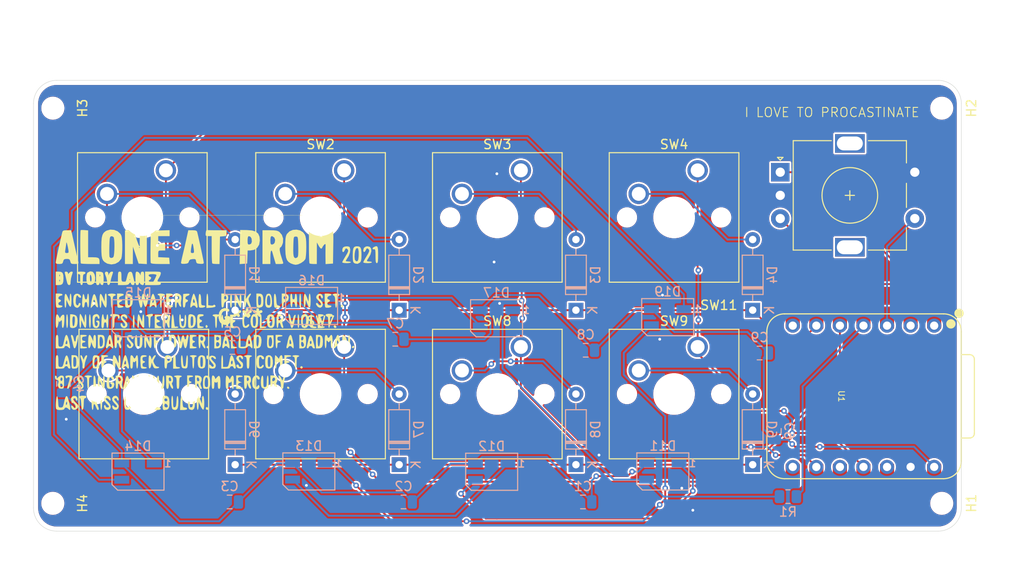
<source format=kicad_pcb>
(kicad_pcb (version 20241229) (generator "pcbnew") (generator_version "9.0")
  (layers (0 "F.Cu" signal) (2 "B.Cu" signal) (13 "F.Paste" user) (15 "B.Paste" user) (5 "F.SilkS" user "F.Silkscreen") (7 "B.SilkS" user "B.Silkscreen") (1 "F.Mask" user) (3 "B.Mask" user) (25 "Edge.Cuts" user))
  (net 0 "")
  (net 1 "GND")
  (net 2 "+5V")
  (net 4 "Row 0")
  (net 5 "Net-(D1-A)")
  (net 6 "Net-(D2-A)")
  (net 7 "Net-(D3-A)")
  (net 8 "Net-(D4-A)")
  (net 9 "Row 1")
  (net 10 "Net-(D6-A)")
  (net 11 "Net-(D7-A)")
  (net 12 "Net-(D8-A)")
  (net 13 "Net-(D9-A)")
  (net 14 "Col 0")
  (net 15 "Col 1")
  (net 16 "Col 2")
  (net 17 "Col 3")
  (net 18 "ENC A")
  (net 19 "ENC SW")
  (net 20 "ENC B")
  (net 21 "Net-(D11-DOUT)")
  (net 22 "Net-(D11-DIN)")
  (net 23 "Net-(D14-DOUT)")
  (net 24 "Net-(D12-DOUT)")
  (net 25 "Net-(D14-DIN)")
  (net 26 "Net-(D13-DOUT)")
  (net 27 "Net-(D15-DOUT)")
  (net 29 "Net-(D16-DOUT)")
  (net 30 "LED")
  (footprint "LOGO" (layer "F.Cu") (at 122.2725 125.545)
    (property "Reference" "G***" (at 0 0 0) (layer "F.SilkS") (effects (font (size 1.5 1.5) (thickness 0.3))))
    (property "Value" "LOGO" (hide yes))
  )
  (footprint "MountingHole:MountingHole_2mm" (layer "F.Cu") (at 197.88925 103.000375 -90)
    (property "Reference" "H2" (at 0 -3.2 90) (layer "F.SilkS"))
    (property "Value" "MountingHole")
    (pad "" np_thru_hole circle (at 0 0 270) (size 2 2) (drill 2) (layers "*.Cu" "*.Mask"))
  )
  (footprint "Seeed Studio XIAO Series Library:XIAO-RP2040-DIP" (layer "F.Cu") (at 189.45175 134.077875 -90)
    (property "Reference" "U1" (at 0 2.38125 270) (layer "F.SilkS") (effects (font (size 0.635 0.635) (thickness 0.1016))))
    (property "Value" "XIAO-RP2040-DIP")
    (pad "1" smd roundrect (at -8.455 -7.62 90) (size 2.432 1.524) (layers "F.Cu" "F.Mask") (roundrect_rratio 0.1) (net 18 "ENC A"))
    (pad "1" thru_hole circle (at -7.62 -7.62 90) (size 1.524 1.524) (drill 0.889) (layers "*.Cu" "*.Mask") (net 18 "ENC A"))
    (pad "2" smd roundrect (at -8.455 -5.08 90) (size 2.432 1.524) (layers "F.Cu" "F.Mask") (roundrect_rratio 0.1) (net 20 "ENC B"))
    (pad "2" thru_hole circle (at -7.62 -5.08 90) (size 1.524 1.524) (drill 0.889) (layers "*.Cu" "*.Mask") (net 20 "ENC B"))
    (pad "3" smd roundrect (at -8.455 -2.54 90) (size 2.432 1.524) (layers "F.Cu" "F.Mask") (roundrect_rratio 0.1) (net 19 "ENC SW"))
    (pad "3" thru_hole circle (at -7.62 -2.54 90) (size 1.524 1.524) (drill 0.889) (layers "*.Cu" "*.Mask") (net 19 "ENC SW"))
    (pad "4" smd roundrect (at -8.455 0 90) (size 2.432 1.524) (layers "F.Cu" "F.Mask") (roundrect_rratio 0.1) (net 30 "LED"))
    (pad "4" thru_hole circle (at -7.62 0 90) (size 1.524 1.524) (drill 0.889) (layers "*.Cu" "*.Mask") (net 30 "LED"))
    (pad "5" smd roundrect (at -8.455 2.54 90) (size 2.432 1.524) (layers "F.Cu" "F.Mask") (roundrect_rratio 0.1) (net 9 "Row 1"))
    (pad "5" thru_hole circle (at -7.62 2.54 90) (size 1.524 1.524) (drill 0.889) (layers "*.Cu" "*.Mask") (net 9 "Row 1"))
    (pad "6" smd roundrect (at -8.455 5.08 90) (size 2.432 1.524) (layers "F.Cu" "F.Mask") (roundrect_rratio 0.1) (net 4 "Row 0"))
    (pad "6" thru_hole circle (at -7.62 5.08 90) (size 1.524 1.524) (drill 0.889) (layers "*.Cu" "*.Mask") (net 4 "Row 0"))
    (pad "7" smd roundrect (at -8.455 7.62 90) (size 2.432 1.524) (layers "F.Cu" "F.Mask") (roundrect_rratio 0.1) (net 14 "Col 0"))
    (pad "7" thru_hole circle (at -7.62 7.62 90) (size 1.524 1.524) (drill 0.889) (layers "*.Cu" "*.Mask") (net 14 "Col 0"))
    (pad "8" thru_hole circle (at 7.62 7.62 270) (size 1.524 1.524) (drill 0.889) (layers "*.Cu" "*.Mask") (net 15 "Col 1"))
    (pad "8" smd roundrect (at 8.455 7.62 270) (size 2.432 1.524) (layers "F.Cu" "F.Mask") (roundrect_rratio 0.1) (net 15 "Col 1"))
    (pad "9" thru_hole circle (at 7.62 5.08 270) (size 1.524 1.524) (drill 0.889) (layers "*.Cu" "*.Mask") (net 16 "Col 2"))
    (pad "9" smd roundrect (at 8.455 5.08 270) (size 2.432 1.524) (layers "F.Cu" "F.Mask") (roundrect_rratio 0.1) (net 16 "Col 2"))
    (pad "10" thru_hole circle (at 7.62 2.54 270) (size 1.524 1.524) (drill 0.889) (layers "*.Cu" "*.Mask"))
    (pad "10" smd roundrect (at 8.455 2.54 270) (size 2.432 1.524) (layers "F.Cu" "F.Mask") (roundrect_rratio 0.1))
    (pad "11" thru_hole circle (at 7.62 0 270) (size 1.524 1.524) (drill 0.889) (layers "*.Cu" "*.Mask") (net 17 "Col 3"))
    (pad "11" smd roundrect (at 8.455 0 270) (size 2.432 1.524) (layers "F.Cu" "F.Mask") (roundrect_rratio 0.1) (net 17 "Col 3"))
    (pad "12" thru_hole circle (at 7.62 -2.54 270) (size 1.524 1.524) (drill 0.889) (layers "*.Cu" "*.Mask"))
    (pad "12" smd roundrect (at 8.455 -2.54 270) (size 2.432 1.524) (layers "F.Cu" "F.Mask") (roundrect_rratio 0.1))
    (pad "13" thru_hole circle (at 7.62 -5.08 270) (size 1.524 1.524) (drill 0.889) (layers "*.Cu" "*.Mask") (net 1 "GND"))
    (pad "13" smd roundrect (at 8.455 -5.08 270) (size 2.432 1.524) (layers "F.Cu" "F.Mask") (roundrect_rratio 0.1) (net 1 "GND"))
    (pad "14" thru_hole circle (at 7.62 -7.62 270) (size 1.524 1.524) (drill 0.889) (layers "*.Cu" "*.Mask") (net 2 "+5V"))
    (pad "14" smd roundrect (at 8.455 -7.62 270) (size 2.432 1.524) (layers "F.Cu" "F.Mask") (roundrect_rratio 0.1) (net 2 "+5V"))
  )
  (footprint "Button_Switch_Keyboard:SW_Cherry_MX_1.00u_PCB" (layer "F.Cu") (at 133.47925 109.707875)
    (property "Reference" "SW2" (at -2.54 -2.794 0) (layer "F.SilkS"))
    (property "Value" "SW_Push")
    (pad "" np_thru_hole circle (at -7.62 5.08) (size 1.7 1.7) (drill 1.7) (layers "*.Cu" "*.Mask"))
    (pad "" np_thru_hole circle (at -2.54 5.08) (size 4 4) (drill 4) (layers "*.Cu" "*.Mask"))
    (pad "" np_thru_hole circle (at 2.54 5.08) (size 1.7 1.7) (drill 1.7) (layers "*.Cu" "*.Mask"))
    (pad "1" thru_hole circle (at 0 0) (size 2.2 2.2) (drill 1.5) (layers "*.Cu" "*.Mask") (net 15 "Col 1"))
    (pad "2" thru_hole circle (at -6.35 2.54) (size 2.2 2.2) (drill 1.5) (layers "*.Cu" "*.Mask") (net 6 "Net-(D2-A)"))
  )
  (footprint "Button_Switch_Keyboard:SW_Cherry_MX_1.00u_PCB" (layer "F.Cu") (at 133.47925 128.757875)
    (property "Reference" "SW7" (at -2.54 -2.794 0) (layer "F.SilkS"))
    (property "Value" "SW_Push")
    (pad "" np_thru_hole circle (at -7.62 5.08) (size 1.7 1.7) (drill 1.7) (layers "*.Cu" "*.Mask"))
    (pad "" np_thru_hole circle (at -2.54 5.08) (size 4 4) (drill 4) (layers "*.Cu" "*.Mask"))
    (pad "" np_thru_hole circle (at 2.54 5.08) (size 1.7 1.7) (drill 1.7) (layers "*.Cu" "*.Mask"))
    (pad "1" thru_hole circle (at 0 0) (size 2.2 2.2) (drill 1.5) (layers "*.Cu" "*.Mask") (net 15 "Col 1"))
    (pad "2" thru_hole circle (at -6.35 2.54) (size 2.2 2.2) (drill 1.5) (layers "*.Cu" "*.Mask") (net 11 "Net-(D7-A)"))
  )
  (footprint "Button_Switch_Keyboard:SW_Cherry_MX_1.00u_PCB" (layer "F.Cu") (at 152.52925 109.707875)
    (property "Reference" "SW3" (at -2.54 -2.794 0) (layer "F.SilkS"))
    (property "Value" "SW_Push")
    (pad "" np_thru_hole circle (at -7.62 5.08) (size 1.7 1.7) (drill 1.7) (layers "*.Cu" "*.Mask"))
    (pad "" np_thru_hole circle (at -2.54 5.08) (size 4 4) (drill 4) (layers "*.Cu" "*.Mask"))
    (pad "" np_thru_hole circle (at 2.54 5.08) (size 1.7 1.7) (drill 1.7) (layers "*.Cu" "*.Mask"))
    (pad "1" thru_hole circle (at 0 0) (size 2.2 2.2) (drill 1.5) (layers "*.Cu" "*.Mask") (net 16 "Col 2"))
    (pad "2" thru_hole circle (at -6.35 2.54) (size 2.2 2.2) (drill 1.5) (layers "*.Cu" "*.Mask") (net 7 "Net-(D3-A)"))
  )
  (footprint "MountingHole:MountingHole_2mm" (layer "F.Cu") (at 102.08175 145.625375 -90)
    (property "Reference" "H4" (at 0 -3.2 90) (layer "F.SilkS"))
    (property "Value" "MountingHole")
    (pad "" np_thru_hole circle (at 0 0 270) (size 2 2) (drill 2) (layers "*.Cu" "*.Mask"))
  )
  (footprint "Button_Switch_Keyboard:SW_Cherry_MX_1.00u_PCB" (layer "F.Cu") (at 114.2705 109.707875)
    (property "Reference" "SW1" (hide yes))
    (property "Value" "SW_Push")
    (pad "" np_thru_hole circle (at -7.62 5.08) (size 1.7 1.7) (drill 1.7) (layers "*.Cu" "*.Mask"))
    (pad "" np_thru_hole circle (at -2.54 5.08) (size 4 4) (drill 4) (layers "*.Cu" "*.Mask"))
    (pad "" np_thru_hole circle (at 2.54 5.08) (size 1.7 1.7) (drill 1.7) (layers "*.Cu" "*.Mask"))
    (pad "1" thru_hole circle (at 0 0) (size 2.2 2.2) (drill 1.5) (layers "*.Cu" "*.Mask") (net 14 "Col 0"))
    (pad "2" thru_hole circle (at -6.35 2.54) (size 2.2 2.2) (drill 1.5) (layers "*.Cu" "*.Mask") (net 5 "Net-(D1-A)"))
  )
  (footprint "MountingHole:MountingHole_2mm" (layer "F.Cu") (at 197.88975 145.625375 -90)
    (property "Reference" "H1" (at 0 -3.2 90) (layer "F.SilkS"))
    (property "Value" "MountingHole")
    (pad "" np_thru_hole circle (at 0 0 270) (size 2 2) (drill 2) (layers "*.Cu" "*.Mask"))
  )
  (footprint "Keebio-Parts.pretty-master:RotaryEncoder_Alps_EC11E-Switch_Vertical_H20mm" (layer "F.Cu") (at 187.983 112.406625)
    (property "Reference" "SW11" (at -14.11875 11.85 0) (layer "F.SilkS"))
    (property "Value" "RotaryEncoder_Switch")
    (pad "A" thru_hole rect (at -7.5 -2.5) (size 2 2) (drill 1) (layers "*.Cu" "*.Mask") (net 18 "ENC A"))
    (pad "B" thru_hole circle (at -7.5 2.5) (size 2 2) (drill 1) (layers "*.Cu" "*.Mask") (net 20 "ENC B"))
    (pad "C" thru_hole circle (at -7.5 0) (size 2 2) (drill 1) (layers "*.Cu" "*.Mask") (net 1 "GND"))
    (pad "MP" thru_hole rect (at 0 -5.6) (size 3.2 2) (drill oval 2.8 1.5) (layers "*.Cu" "*.Mask"))
    (pad "MP" thru_hole rect (at 0 5.6) (size 3.2 2) (drill oval 2.8 1.5) (layers "*.Cu" "*.Mask"))
    (pad "S1" thru_hole circle (at 7 2.5) (size 2 2) (drill 1) (layers "*.Cu" "*.Mask") (net 19 "ENC SW"))
    (pad "S2" thru_hole circle (at 7 -2.5) (size 2 2) (drill 1) (layers "*.Cu" "*.Mask") (net 1 "GND"))
  )
  (footprint "Button_Switch_Keyboard:SW_Cherry_MX_1.00u_PCB" (layer "F.Cu") (at 114.42925 128.757875)
    (property "Reference" "SW6" (hide yes))
    (property "Value" "SW_Push")
    (pad "" np_thru_hole circle (at -7.62 5.08) (size 1.7 1.7) (drill 1.7) (layers "*.Cu" "*.Mask"))
    (pad "" np_thru_hole circle (at -2.54 5.08) (size 4 4) (drill 4) (layers "*.Cu" "*.Mask"))
    (pad "" np_thru_hole circle (at 2.54 5.08) (size 1.7 1.7) (drill 1.7) (layers "*.Cu" "*.Mask"))
    (pad "1" thru_hole circle (at 0 0) (size 2.2 2.2) (drill 1.5) (layers "*.Cu" "*.Mask") (net 14 "Col 0"))
    (pad "2" thru_hole circle (at -6.35 2.54) (size 2.2 2.2) (drill 1.5) (layers "*.Cu" "*.Mask") (net 10 "Net-(D6-A)"))
  )
  (footprint "Button_Switch_Keyboard:SW_Cherry_MX_1.00u_PCB" (layer "F.Cu") (at 152.52925 128.757875)
    (property "Reference" "SW8" (at -2.54 -2.794 0) (layer "F.SilkS"))
    (property "Value" "SW_Push")
    (pad "" np_thru_hole circle (at -7.62 5.08) (size 1.7 1.7) (drill 1.7) (layers "*.Cu" "*.Mask"))
    (pad "" np_thru_hole circle (at -2.54 5.08) (size 4 4) (drill 4) (layers "*.Cu" "*.Mask"))
    (pad "" np_thru_hole circle (at 2.54 5.08) (size 1.7 1.7) (drill 1.7) (layers "*.Cu" "*.Mask"))
    (pad "1" thru_hole circle (at 0 0) (size 2.2 2.2) (drill 1.5) (layers "*.Cu" "*.Mask") (net 16 "Col 2"))
    (pad "2" thru_hole circle (at -6.35 2.54) (size 2.2 2.2) (drill 1.5) (layers "*.Cu" "*.Mask") (net 12 "Net-(D8-A)"))
  )
  (footprint "MountingHole:MountingHole_2mm" (layer "F.Cu") (at 102.08675 103.000375 -90)
    (property "Reference" "H3" (at 0 -3.2 90) (layer "F.SilkS"))
    (property "Value" "MountingHole")
    (pad "" np_thru_hole circle (at 0 0 270) (size 2 2) (drill 2) (layers "*.Cu" "*.Mask"))
  )
  (footprint "Button_Switch_Keyboard:SW_Cherry_MX_1.00u_PCB" (layer "F.Cu") (at 171.57925 109.707875)
    (property "Reference" "SW4" (at -2.54 -2.794 0) (layer "F.SilkS"))
    (property "Value" "SW_Push")
    (pad "" np_thru_hole circle (at -7.62 5.08) (size 1.7 1.7) (drill 1.7) (layers "*.Cu" "*.Mask"))
    (pad "" np_thru_hole circle (at -2.54 5.08) (size 4 4) (drill 4) (layers "*.Cu" "*.Mask"))
    (pad "" np_thru_hole circle (at 2.54 5.08) (size 1.7 1.7) (drill 1.7) (layers "*.Cu" "*.Mask"))
    (pad "1" thru_hole circle (at 0 0) (size 2.2 2.2) (drill 1.5) (layers "*.Cu" "*.Mask") (net 17 "Col 3"))
    (pad "2" thru_hole circle (at -6.35 2.54) (size 2.2 2.2) (drill 1.5) (layers "*.Cu" "*.Mask") (net 8 "Net-(D4-A)"))
  )
  (footprint "Button_Switch_Keyboard:SW_Cherry_MX_1.00u_PCB" (layer "F.Cu") (at 171.57925 128.757875)
    (property "Reference" "SW9" (at -2.54 -2.794 0) (layer "F.SilkS"))
    (property "Value" "SW_Push")
    (pad "" np_thru_hole circle (at -7.62 5.08) (size 1.7 1.7) (drill 1.7) (layers "*.Cu" "*.Mask"))
    (pad "" np_thru_hole circle (at -2.54 5.08) (size 4 4) (drill 4) (layers "*.Cu" "*.Mask"))
    (pad "" np_thru_hole circle (at 2.54 5.08) (size 1.7 1.7) (drill 1.7) (layers "*.Cu" "*.Mask"))
    (pad "1" thru_hole circle (at 0 0) (size 2.2 2.2) (drill 1.5) (layers "*.Cu" "*.Mask") (net 17 "Col 3"))
    (pad "2" thru_hole circle (at -6.35 2.54) (size 2.2 2.2) (drill 1.5) (layers "*.Cu" "*.Mask") (net 13 "Net-(D9-A)"))
  )
  (footprint "Capacitor_SMD:C_0805_2012Metric" (layer "B.Cu") (at 139.8825 145.4775 180)
    (property "Reference" "C2" (at 0 1.68 0) (layer "B.SilkS") (effects (justify mirror)))
    (property "Value" "C")
    (pad "1" smd roundrect (at -0.95 0 180) (size 1 1.45) (layers "B.Cu" "B.Mask" "B.Paste") (net 2 "+5V"))
    (pad "2" smd roundrect (at 0.95 0 180) (size 1 1.45) (layers "B.Cu" "B.Mask" "B.Paste") (net 1 "GND"))
  )
  (footprint "Capacitor_SMD:C_0805_2012Metric" (layer "B.Cu") (at 178.26 129.4125 180)
    (property "Reference" "C9" (at 0 1.68 0) (layer "B.SilkS") (effects (justify mirror)))
    (property "Value" "C")
    (pad "1" smd roundrect (at -0.95 0 180) (size 1 1.45) (layers "B.Cu" "B.Mask" "B.Paste") (net 2 "+5V"))
    (pad "2" smd roundrect (at 0.95 0 180) (size 1 1.45) (layers "B.Cu" "B.Mask" "B.Paste") (net 1 "GND"))
  )
  (footprint "Diode_THT:D_DO-35_SOD27_P7.62mm_Horizontal" (layer "B.Cu") (at 158.461 141.457875 90)
    (property "Reference" "D8" (at 3.81 2.12 90) (layer "B.SilkS") (effects (justify mirror)))
    (property "Value" "1N4148")
    (fp_text user "K" (at 0 1.8 90) (layer "B.SilkS") (effects (justify mirror)))
    (pad "1" thru_hole rect (at 0 0 90) (size 1.6 1.6) (drill 0.8) (layers "*.Cu" "*.Mask") (net 9 "Row 1"))
    (pad "2" thru_hole oval (at 7.62 0 90) (size 1.6 1.6) (drill 0.8) (layers "*.Cu" "*.Mask") (net 12 "Net-(D8-A)"))
  )
  (footprint "LED_SMD:LED_SK6812MINI_PLCC4_3.5x3.5mm_P1.75mm" (layer "B.Cu") (at 111.3 125.664125 180)
    (property "Reference" "D15" (at 0 2.75 0) (layer "B.SilkS") (effects (justify mirror)))
    (property "Value" "SK6812MINI")
    (fp_text user "1" (at -3.2 0.875 0) (layer "B.SilkS") (effects (font (size 0.8 0.8)) (justify mirror)))
    (pad "1" smd rect (at -1.75 0.875 180) (size 1.6 0.85) (layers "B.Cu" "B.Mask" "B.Paste") (net 27 "Net-(D15-DOUT)"))
    (pad "2" smd rect (at -1.75 -0.875 180) (size 1.6 0.85) (layers "B.Cu" "B.Mask" "B.Paste") (net 1 "GND"))
    (pad "3" smd rect (at 1.75 -0.875 180) (size 1.6 0.85) (layers "B.Cu" "B.Mask" "B.Paste") (net 23 "Net-(D14-DOUT)"))
    (pad "4" smd rect (at 1.75 0.875 180) (size 1.6 0.85) (layers "B.Cu" "B.Mask" "B.Paste") (net 2 "+5V"))
  )
  (footprint "Capacitor_SMD:C_0805_2012Metric" (layer "B.Cu") (at 121.14 145.4775 180)
    (property "Reference" "C3" (at 0 1.68 0) (layer "B.SilkS") (effects (justify mirror)))
    (property "Value" "C")
    (pad "1" smd roundrect (at -0.95 0 180) (size 1 1.45) (layers "B.Cu" "B.Mask" "B.Paste") (net 2 "+5V"))
    (pad "2" smd roundrect (at 0.95 0 180) (size 1 1.45) (layers "B.Cu" "B.Mask" "B.Paste") (net 1 "GND"))
  )
  (footprint "LED_SMD:LED_SK6812MINI_PLCC4_3.5x3.5mm_P1.75mm" (layer "B.Cu") (at 129.9725 124.3375 180)
    (property "Reference" "D16" (at 0 2.75 0) (layer "B.SilkS") (effects (justify mirror)))
    (property "Value" "SK6812MINI")
    (fp_text user "1" (at -3.2 0.875 0) (layer "B.SilkS") (effects (font (size 0.8 0.8)) (justify mirror)))
    (pad "1" smd rect (at -1.75 0.875 180) (size 1.6 0.85) (layers "B.Cu" "B.Mask" "B.Paste") (net 29 "Net-(D16-DOUT)"))
    (pad "2" smd rect (at -1.75 -0.875 180) (size 1.6 0.85) (layers "B.Cu" "B.Mask" "B.Paste") (net 1 "GND"))
    (pad "3" smd rect (at 1.75 -0.875 180) (size 1.6 0.85) (layers "B.Cu" "B.Mask" "B.Paste") (net 27 "Net-(D15-DOUT)"))
    (pad "4" smd rect (at 1.75 0.875 180) (size 1.6 0.85) (layers "B.Cu" "B.Mask" "B.Paste") (net 2 "+5V"))
  )
  (footprint "Diode_THT:D_DO-35_SOD27_P7.62mm_Horizontal" (layer "B.Cu") (at 177.511 141.457875 90)
    (property "Reference" "D9" (at 3.81 2.12 90) (layer "B.SilkS") (effects (justify mirror)))
    (property "Value" "1N4148")
    (fp_text user "K" (at 0 1.8 90) (layer "B.SilkS") (effects (justify mirror)))
    (pad "1" thru_hole rect (at 0 0 90) (size 1.6 1.6) (drill 0.8) (layers "*.Cu" "*.Mask") (net 9 "Row 1"))
    (pad "2" thru_hole oval (at 7.62 0 90) (size 1.6 1.6) (drill 0.8) (layers "*.Cu" "*.Mask") (net 13 "Net-(D9-A)"))
  )
  (footprint "Diode_THT:D_DO-35_SOD27_P7.62mm_Horizontal" (layer "B.Cu") (at 139.411 124.789125 90)
    (property "Reference" "D2" (at 3.81 2.12 90) (layer "B.SilkS") (effects (justify mirror)))
    (property "Value" "1N4148")
    (fp_text user "K" (at 0 1.8 90) (layer "B.SilkS") (effects (justify mirror)))
    (pad "1" thru_hole rect (at 0 0 90) (size 1.6 1.6) (drill 0.8) (layers "*.Cu" "*.Mask") (net 4 "Row 0"))
    (pad "2" thru_hole oval (at 7.62 0 90) (size 1.6 1.6) (drill 0.8) (layers "*.Cu" "*.Mask") (net 6 "Net-(D2-A)"))
  )
  (footprint "Diode_THT:D_DO-35_SOD27_P7.62mm_Horizontal" (layer "B.Cu") (at 158.461 124.789125 90)
    (property "Reference" "D3" (at 3.81 2.12 90) (layer "B.SilkS") (effects (justify mirror)))
    (property "Value" "1N4148")
    (fp_text user "K" (at 0 1.8 90) (layer "B.SilkS") (effects (justify mirror)))
    (pad "1" thru_hole rect (at 0 0 90) (size 1.6 1.6) (drill 0.8) (layers "*.Cu" "*.Mask") (net 4 "Row 0"))
    (pad "2" thru_hole oval (at 7.62 0 90) (size 1.6 1.6) (drill 0.8) (layers "*.Cu" "*.Mask") (net 7 "Net-(D3-A)"))
  )
  (footprint "Capacitor_SMD:C_0805_2012Metric" (layer "B.Cu") (at 103.2325 132.7425 90)
    (property "Reference" "C4" (at 0 1.68 90) (layer "B.SilkS") (effects (justify mirror)))
    (property "Value" "C")
    (pad "1" smd roundrect (at -0.95 0 90) (size 1 1.45) (layers "B.Cu" "B.Mask" "B.Paste") (net 2 "+5V"))
    (pad "2" smd roundrect (at 0.95 0 90) (size 1 1.45) (layers "B.Cu" "B.Mask" "B.Paste") (net 1 "GND"))
  )
  (footprint "LED_SMD:LED_SK6812MINI_PLCC4_3.5x3.5mm_P1.75mm" (layer "B.Cu") (at 168.35 125.545 180)
    (property "Reference" "D19" (at 0 2.75 0) (layer "B.SilkS") (effects (justify mirror)))
    (property "Value" "SK6812MINI")
    (fp_text user "1" (at -3.2 0.875 0) (layer "B.SilkS") (effects (font (size 0.8 0.8)) (justify mirror)))
    (pad "1" smd rect (at -1.75 0.875 180) (size 1.6 0.85) (layers "B.Cu" "B.Mask" "B.Paste") (net 25 "Net-(D14-DIN)"))
    (pad "2" smd rect (at -1.75 -0.875 180) (size 1.6 0.85) (layers "B.Cu" "B.Mask" "B.Paste") (net 1 "GND"))
    (pad "3" smd rect (at 1.75 -0.875 180) (size 1.6 0.85) (layers "B.Cu" "B.Mask" "B.Paste") (net 26 "Net-(D13-DOUT)"))
    (pad "4" smd rect (at 1.75 0.875 180) (size 1.6 0.85) (layers "B.Cu" "B.Mask" "B.Paste") (net 2 "+5V"))
  )
  (footprint "Capacitor_SMD:C_0805_2012Metric" (layer "B.Cu") (at 138.99 127.925 180)
    (property "Reference" "C7" (at 0 1.68 0) (layer "B.SilkS") (effects (justify mirror)))
    (property "Value" "C")
    (pad "1" smd roundrect (at -0.95 0 180) (size 1 1.45) (layers "B.Cu" "B.Mask" "B.Paste") (net 2 "+5V"))
    (pad "2" smd roundrect (at 0.95 0 180) (size 1 1.45) (layers "B.Cu" "B.Mask" "B.Paste") (net 1 "GND"))
  )
  (footprint "Diode_THT:D_DO-35_SOD27_P7.62mm_Horizontal" (layer "B.Cu") (at 139.411 141.457875 90)
    (property "Reference" "D7" (at 3.81 2.12 90) (layer "B.SilkS") (effects (justify mirror)))
    (property "Value" "1N4148")
    (fp_text user "K" (at 0 1.8 90) (layer "B.SilkS") (effects (justify mirror)))
    (pad "1" thru_hole rect (at 0 0 90) (size 1.6 1.6) (drill 0.8) (layers "*.Cu" "*.Mask") (net 9 "Row 1"))
    (pad "2" thru_hole oval (at 7.62 0 90) (size 1.6 1.6) (drill 0.8) (layers "*.Cu" "*.Mask") (net 11 "Net-(D7-A)"))
  )
  (footprint "Capacitor_SMD:C_0805_2012Metric" (layer "B.Cu") (at 159.5175 129.115 180)
    (property "Reference" "C8" (at 0 1.68 0) (layer "B.SilkS") (effects (justify mirror)))
    (property "Value" "C")
    (pad "1" smd roundrect (at -0.95 0 180) (size 1 1.45) (layers "B.Cu" "B.Mask" "B.Paste") (net 2 "+5V"))
    (pad "2" smd roundrect (at 0.95 0 180) (size 1 1.45) (layers "B.Cu" "B.Mask" "B.Paste") (net 1 "GND"))
  )
  (footprint "Capacitor_SMD:C_0805_2012Metric" (layer "B.Cu") (at 159.22 145.4775 180)
    (property "Reference" "C1" (at 0 1.68 0) (layer "B.SilkS") (effects (justify mirror)))
    (property "Value" "C")
    (pad "1" smd roundrect (at -0.95 0 180) (size 1 1.45) (layers "B.Cu" "B.Mask" "B.Paste") (net 2 "+5V"))
    (pad "2" smd roundrect (at 0.95 0 180) (size 1 1.45) (layers "B.Cu" "B.Mask" "B.Paste") (net 1 "GND"))
  )
  (footprint "LED_SMD:LED_SK6812MINI_PLCC4_3.5x3.5mm_P1.75mm" (layer "B.Cu") (at 149.38 142.2225 180)
    (property "Reference" "D12" (at 0 2.75 0) (layer "B.SilkS") (effects (justify mirror)))
    (property "Value" "SK6812MINI")
    (fp_text user "1" (at -3.2 0.875 0) (layer "B.SilkS") (effects (font (size 0.8 0.8)) (justify mirror)))
    (pad "1" smd rect (at -1.75 0.875 180) (size 1.6 0.85) (layers "B.Cu" "B.Mask" "B.Paste") (net 24 "Net-(D12-DOUT)"))
    (pad "2" smd rect (at -1.75 -0.875 180) (size 1.6 0.85) (layers "B.Cu" "B.Mask" "B.Paste") (net 1 "GND"))
    (pad "3" smd rect (at 1.75 -0.875 180) (size 1.6 0.85) (layers "B.Cu" "B.Mask" "B.Paste") (net 21 "Net-(D11-DOUT)"))
    (pad "4" smd rect (at 1.75 0.875 180) (size 1.6 0.85) (layers "B.Cu" "B.Mask" "B.Paste") (net 2 "+5V"))
  )
  (footprint "LED_SMD:LED_SK6812MINI_PLCC4_3.5x3.5mm_P1.75mm" (layer "B.Cu") (at 129.675 142.1875 180)
    (property "Reference" "D13" (at 0 2.75 0) (layer "B.SilkS") (effects (justify mirror)))
    (property "Value" "SK6812MINI")
    (fp_text user "1" (at -3.2 0.875 0) (layer "B.SilkS") (effects (font (size 0.8 0.8)) (justify mirror)))
    (pad "1" smd rect (at -1.75 0.875 180) (size 1.6 0.85) (layers "B.Cu" "B.Mask" "B.Paste") (net 26 "Net-(D13-DOUT)"))
    (pad "2" smd rect (at -1.75 -0.875 180) (size 1.6 0.85) (layers "B.Cu" "B.Mask" "B.Paste") (net 1 "GND"))
    (pad "3" smd rect (at 1.75 -0.875 180) (size 1.6 0.85) (layers "B.Cu" "B.Mask" "B.Paste") (net 24 "Net-(D12-DOUT)"))
    (pad "4" smd rect (at 1.75 0.875 180) (size 1.6 0.85) (layers "B.Cu" "B.Mask" "B.Paste") (net 2 "+5V"))
  )
  (footprint "Resistor_SMD:R_0805_2012Metric" (layer "B.Cu") (at 181.31175 144.902875)
    (property "Reference" "R1" (at 0 1.65 0) (layer "B.SilkS") (effects (justify mirror)))
    (property "Value" "330 OHMS")
    (pad "1" smd roundrect (at -0.9125 0) (size 1.025 1.4) (layers "B.Cu" "B.Mask" "B.Paste") (roundrect_rratio 0.243902) (net 22 "Net-(D11-DIN)"))
    (pad "2" smd roundrect (at 0.9125 0) (size 1.025 1.4) (layers "B.Cu" "B.Mask" "B.Paste") (roundrect_rratio 0.243902) (net 30 "LED"))
  )
  (footprint "Diode_THT:D_DO-35_SOD27_P7.62mm_Horizontal" (layer "B.Cu") (at 121.73425 124.789125 90)
    (property "Reference" "D1" (at 3.81 2.12 90) (layer "B.SilkS") (effects (justify mirror)))
    (property "Value" "1N4148")
    (fp_text user "K" (at 0 1.8 90) (layer "B.SilkS") (effects (justify mirror)))
    (pad "1" thru_hole rect (at 0 0 90) (size 1.6 1.6) (drill 0.8) (layers "*.Cu" "*.Mask") (net 4 "Row 0"))
    (pad "2" thru_hole oval (at 7.62 0 90) (size 1.6 1.6) (drill 0.8) (layers "*.Cu" "*.Mask") (net 5 "Net-(D1-A)"))
  )
  (footprint "Capacitor_SMD:C_0805_2012Metric" (layer "B.Cu") (at 179.84425 137.820375 90)
    (property "Reference" "C9" (at 0 1.68 90) (layer "B.SilkS") (effects (justify mirror)))
    (property "Value" "C")
    (pad "1" smd roundrect (at -0.95 0 90) (size 1 1.45) (layers "B.Cu" "B.Mask" "B.Paste") (net 2 "+5V"))
    (pad "2" smd roundrect (at 0.95 0 90) (size 1 1.45) (layers "B.Cu" "B.Mask" "B.Paste") (net 1 "GND"))
  )
  (footprint "Diode_THT:D_DO-35_SOD27_P7.62mm_Horizontal" (layer "B.Cu") (at 177.511 124.789125 90)
    (property "Reference" "D4" (at 3.81 2.12 90) (layer "B.SilkS") (effects (justify mirror)))
    (property "Value" "1N4148")
    (fp_text user "K" (at 0 1.8 90) (layer "B.SilkS") (effects (justify mirror)))
    (pad "1" thru_hole rect (at 0 0 90) (size 1.6 1.6) (drill 0.8) (layers "*.Cu" "*.Mask") (net 4 "Row 0"))
    (pad "2" thru_hole oval (at 7.62 0 90) (size 1.6 1.6) (drill 0.8) (layers "*.Cu" "*.Mask") (net 8 "Net-(D4-A)"))
  )
  (footprint "LED_SMD:LED_SK6812MINI_PLCC4_3.5x3.5mm_P1.75mm" (layer "B.Cu") (at 111.265 142.205 180)
    (property "Reference" "D14" (at 0 2.75 0) (layer "B.SilkS") (effects (justify mirror)))
    (property "Value" "SK6812MINI")
    (fp_text user "1" (at -3.2 0.875 0) (layer "B.SilkS") (effects (font (size 0.8 0.8)) (justify mirror)))
    (pad "1" smd rect (at -1.75 0.875 180) (size 1.6 0.85) (layers "B.Cu" "B.Mask" "B.Paste") (net 23 "Net-(D14-DOUT)"))
    (pad "2" smd rect (at -1.75 -0.875 180) (size 1.6 0.85) (layers "B.Cu" "B.Mask" "B.Paste") (net 1 "GND"))
    (pad "3" smd rect (at 1.75 -0.875 180) (size 1.6 0.85) (layers "B.Cu" "B.Mask" "B.Paste") (net 25 "Net-(D14-DIN)"))
    (pad "4" smd rect (at 1.75 0.875 180) (size 1.6 0.85) (layers "B.Cu" "B.Mask" "B.Paste") (net 2 "+5V"))
  )
  (footprint "Capacitor_SMD:C_0805_2012Metric" (layer "B.Cu") (at 121.4375 128.8175 180)
    (property "Reference" "C5" (at 0 1.68 0) (layer "B.SilkS") (effects (justify mirror)))
    (property "Value" "C")
    (pad "1" smd roundrect (at -0.95 0 180) (size 1 1.45) (layers "B.Cu" "B.Mask" "B.Paste") (net 2 "+5V"))
    (pad "2" smd roundrect (at 0.95 0 180) (size 1 1.45) (layers "B.Cu" "B.Mask" "B.Paste") (net 1 "GND"))
  )
  (footprint "LED_SMD:LED_SK6812MINI_PLCC4_3.5x3.5mm_P1.75mm" (layer "B.Cu") (at 149.905 125.664125 180)
    (property "Reference" "D17" (at 0 2.75 0) (layer "B.SilkS") (effects (justify mirror)))
    (property "Value" "SK6812MINI")
    (fp_text user "1" (at -3.2 0.875 0) (layer "B.SilkS") (effects (font (size 0.8 0.8)) (justify mirror)))
    (pad "1" smd rect (at -1.75 0.875 180) (size 1.6 0.85) (layers "B.Cu" "B.Mask" "B.Paste") (net 22 "Net-(D11-DIN)"))
    (pad "2" smd rect (at -1.75 -0.875 180) (size 1.6 0.85) (layers "B.Cu" "B.Mask" "B.Paste") (net 1 "GND"))
    (pad "3" smd rect (at 1.75 -0.875 180) (size 1.6 0.85) (layers "B.Cu" "B.Mask" "B.Paste") (net 29 "Net-(D16-DOUT)"))
    (pad "4" smd rect (at 1.75 0.875 180) (size 1.6 0.85) (layers "B.Cu" "B.Mask" "B.Paste") (net 2 "+5V"))
  )
  (footprint "LED_SMD:LED_SK6812MINI_PLCC4_3.5x3.5mm_P1.75mm" (layer "B.Cu") (at 167.825 142.1875 180)
    (property "Reference" "D11" (at 0 2.75 0) (layer "B.SilkS") (effects (justify mirror)))
    (property "Value" "SK6812MINI")
    (fp_text user "1" (at -3.2 0.875 0) (layer "B.SilkS") (effects (font (size 0.8 0.8)) (justify mirror)))
    (pad "1" smd rect (at -1.75 0.875 180) (size 1.6 0.85) (layers "B.Cu" "B.Mask" "B.Paste") (net 21 "Net-(D11-DOUT)"))
    (pad "2" smd rect (at -1.75 -0.875 180) (size 1.6 0.85) (layers "B.Cu" "B.Mask" "B.Paste") (net 1 "GND"))
    (pad "3" smd rect (at 1.75 -0.875 180) (size 1.6 0.85) (layers "B.Cu" "B.Mask" "B.Paste") (net 22 "Net-(D11-DIN)"))
    (pad "4" smd rect (at 1.75 0.875 180) (size 1.6 0.85) (layers "B.Cu" "B.Mask" "B.Paste") (net 2 "+5V"))
  )
  (footprint "Diode_THT:D_DO-35_SOD27_P7.62mm_Horizontal" (layer "B.Cu") (at 121.73425 141.457875 90)
    (property "Reference" "D6" (at 3.81 2.12 90) (layer "B.SilkS") (effects (justify mirror)))
    (property "Value" "1N4148")
    (fp_text user "K" (at 0 1.8 90) (layer "B.SilkS") (effects (justify mirror)))
    (pad "1" thru_hole rect (at 0 0 90) (size 1.6 1.6) (drill 0.8) (layers "*.Cu" "*.Mask") (net 9 "Row 1"))
    (pad "2" thru_hole oval (at 7.62 0 90) (size 1.6 1.6) (drill 0.8) (layers "*.Cu" "*.Mask") (net 10 "Net-(D6-A)"))
  )
  (gr_arc (start 197.5 100) (mid 199.267767 100.732233) (end 200 102.5) (stroke (width 0.05)) (layer "Edge.Cuts"))
  (gr_arc (start 200 146.125) (mid 199.267767 147.892767) (end 197.5 148.625) (stroke (width 0.05)) (layer "Edge.Cuts"))
  (gr_arc (start 102.5 148.625) (mid 100.732233 147.892767) (end 100 146.125) (stroke (width 0.05)) (layer "Edge.Cuts"))
  (gr_line (start 200 102.5) (end 200 146.125) (stroke (width 0.05)) (layer "Edge.Cuts"))
  (gr_line (start 102.5 100) (end 197.5 100) (stroke (width 0.05)) (layer "Edge.Cuts"))
  (gr_arc (start 100 102.5) (mid 100.732233 100.732233) (end 102.5 100) (stroke (width 0.05)) (layer "Edge.Cuts"))
  (gr_line (start 197.5 148.625) (end 102.5 148.625) (stroke (width 0.05)) (layer "Edge.Cuts"))
  (gr_line (start 100 146.125) (end 100 102.5) (stroke (width 0.05)) (layer "Edge.Cuts"))
  (gr_text "I LOVE TO PROCASTINATE" (at 176.56425 104.042875 0) (layer "F.SilkS") (effects (font (size 1 1) (thickness 0.1)) (justify left bottom)))
  (via (at 116.025 125.8425) (size 0.6) (drill 0.3) (layers "F.Cu" "B.Cu") (net 1))
  (via (at 149.94 110.075) (size 0.6) (drill 0.3) (layers "F.Cu" "B.Cu") (net 1))
  (via (at 167.4925 127.925) (size 0.6) (drill 0.3) (layers "F.Cu" "B.Cu") (net 1))
  (via (at 160.9475 140.42) (size 0.6) (drill 0.3) (layers "F.Cu" "B.Cu") (net 1))
  (via (at 171.0625 146.37) (size 0.6) (drill 0.3) (layers "F.Cu" "B.Cu") (net 1))
  (via (at 129.4125 143.6925) (size 0.6) (drill 0.3) (layers "F.Cu" "B.Cu") (net 1))
  (via (at 106.505 124.0575) (size 0.6) (drill 0.3) (layers "F.Cu" "B.Cu") (net 1))
  (via (at 149.6425 119.595) (size 0.6) (drill 0.3) (layers "F.Cu" "B.Cu") (net 1))
  (via (at 169.8725 143.99) (size 0.6) (drill 0.3) (layers "F.Cu" "B.Cu") (net 1))
  (via (at 167.79 123.165) (size 0.6) (drill 0.3) (layers "F.Cu" "B.Cu") (net 1))
  (via (at 111.5625 124.95) (size 0.6) (drill 0.3) (layers "F.Cu" "B.Cu") (net 1))
  (via (at 103.53 136.5525) (size 0.6) (drill 0.3) (layers "F.Cu" "B.Cu") (net 1))
  (via (at 150.2375 124.0575) (size 0.6) (drill 0.3) (layers "F.Cu" "B.Cu") (net 1))
  (via (at 111.265 128.8175) (size 0.6) (drill 0.3) (layers "F.Cu" "B.Cu") (net 1))
  (segment (start 181.7725 139.23) (end 182.07 139.5275) (width 0.2) (layer "F.Cu") (net 2))
  (segment (start 182.07 139.5275) (end 184.7475 139.5275) (width 0.2) (layer "F.Cu") (net 2))
  (segment (start 160.65 142.694875) (end 164.027625 142.694875) (width 0.2) (layer "F.Cu") (net 2))
  (segment (start 164.027625 142.694875) (end 164.5175 142.205) (width 0.2) (layer "F.Cu") (net 2))
  (via (at 164.5175 142.205) (size 0.6) (drill 0.3) (layers "F.Cu" "B.Cu") (net 2))
  (via (at 160.65 142.694875) (size 0.6) (drill 0.3) (layers "F.Cu" "B.Cu") (net 2))
  (via (at 181.7725 139.23) (size 0.6) (drill 0.3) (layers "F.Cu" "B.Cu") (net 2))
  (via (at 184.7475 139.5275) (size 0.6) (drill 0.3) (layers "F.Cu" "B.Cu") (net 2))
  (segment (start 178.710062 129.912438) (end 178.710062 137.636187) (width 0.2) (layer "B.Cu") (net 2))
  (segment (start 128.2225 123.4625) (end 130.906 126.146) (width 0.2) (layer "B.Cu") (net 2))
  (segment (start 109.515 139.975) (end 109.515 141.33) (width 0.2) (layer "B.Cu") (net 2))
  (segment (start 160.17 145.4775) (end 160.17 143.174875) (width 0.2) (layer "B.Cu") (net 2))
  (segment (start 140.8325 145.4775) (end 144.9625 141.3475) (width 0.2) (layer "B.Cu") (net 2))
  (segment (start 176.9435 127.146) (end 179.21 129.4125) (width 0.2) (layer "B.Cu") (net 2))
  (segment (start 138.161 126.146) (end 139.94 127.925) (width 0.2) (layer "B.Cu") (net 2))
  (segment (start 148.356 140.6215) (end 155.314 140.6215) (width 0.2) (layer "B.Cu") (net 2))
  (segment (start 109.515 141.3475) (end 115.7275 147.56) (width 0.2) (layer "B.Cu") (net 2))
  (segment (start 148.155 124.789125) (end 149.256 125.890125) (width 0.2) (layer "B.Cu") (net 2))
  (segment (start 109.515 141.33) (end 109.515 141.3475) (width 0.2) (layer "B.Cu") (net 2))
  (segment (start 112.090875 127.33) (end 120.9 127.33) (width 0.2) (layer "B.Cu") (net 2))
  (segment (start 103.2325 133.6925) (end 109.515 139.975) (width 0.2) (layer "B.Cu") (net 2))
  (segment (start 166.6 124.67) (end 169.076 127.146) (width 0.2) (layer "B.Cu") (net 2))
  (segment (start 127.925 141.3125) (end 131.064 144.4515) (width 0.2) (layer "B.Cu") (net 2))
  (segment (start 148.596125 127.925) (end 139.94 127.925) (width 0.2) (layer "B.Cu") (net 2))
  (segment (start 194.901375 139.5275) (end 197.07175 141.697875) (width 0.2) (layer "B.Cu") (net 2))
  (segment (start 128.2225 123.4625) (end 127.7425 123.4625) (width 0.2) (layer "B.Cu") (net 2))
  (segment (start 149.256 125.890125) (end 149.256 127.265125) (width 0.2) (layer "B.Cu") (net 2))
  (segment (start 127.7425 123.4625) (end 122.3875 128.8175) (width 0.2) (layer "B.Cu") (net 2))
  (segment (start 144.9625 141.3475) (end 147.63 141.3475) (width 0.2) (layer "B.Cu") (net 2))
  (segment (start 184.7475 139.5275) (end 194.901375 139.5275) (width 0.2) (layer "B.Cu") (net 2))
  (segment (start 154.5115 123.159) (end 160.4675 129.115) (width 0.2) (layer "B.Cu") (net 2))
  (segment (start 181.312875 138.770375) (end 181.7725 139.23) (width 0.2) (layer "B.Cu") (net 2))
  (segment (start 165.1825 142.205) (end 166.075 141.3125) (width 0.2) (layer "B.Cu") (net 2))
  (segment (start 120.9 127.33) (end 122.3875 128.8175) (width 0.2) (layer "B.Cu") (net 2))
  (segment (start 178.710062 137.636187) (end 179.84425 138.770375) (width 0.2) (layer "B.Cu") (net 2))
  (segment (start 115.7275 147.56) (end 120.0075 147.56) (width 0.2) (layer "B.Cu") (net 2))
  (segment (start 149.785125 123.159) (end 154.5115 123.159) (width 0.2) (layer "B.Cu") (net 2))
  (segment (start 169.076 127.146) (end 176.9435 127.146) (width 0.2) (layer "B.Cu") (net 2))
  (segment (start 109.55 124.789125) (end 112.090875 127.33) (width 0.2) (layer "B.Cu") (net 2))
  (segment (start 126.255 141.3125) (end 127.925 141.3125) (width 0.2) (layer "B.Cu") (net 2))
  (segment (start 149.256 127.265125) (end 148.596125 127.925) (width 0.2) (layer "B.Cu") (net 2))
  (segment (start 130.906 126.146) (end 138.161 126.146) (width 0.2) (layer "B.Cu") (net 2))
  (segment (start 179.21 129.4125) (end 178.710062 129.912438) (width 0.2) (layer "B.Cu") (net 2))
  (segment (start 122.09 145.4775) (end 126.255 141.3125) (width 0.2) (layer "B.Cu") (net 2))
  (segment (start 139.8065 144.4515) (end 140.8325 145.4775) (width 0.2) (layer "B.Cu") (net 2))
  (segment (start 120.0075 147.56) (end 122.09 145.4775) (width 0.2) (layer "B.Cu") (net 2))
  (segment (start 179.84425 138.770375) (end 181.312875 138.770375) (width 0.2) (layer "B.Cu") (net 2))
  (segment (start 164.5175 142.205) (end 165.1825 142.205) (width 0.2) (layer "B.Cu") (net 2))
  (segment (start 108.449 128.476) (end 103.2325 133.6925) (width 0.2) (layer "B.Cu") (net 2))
  (segment (start 131.064 144.4515) (end 139.8065 144.4515) (width 0.2) (layer "B.Cu") (net 2))
  (segment (start 108.449 125.890125) (end 108.449 128.476) (width 0.2) (layer "B.Cu") (net 2))
  (segment (start 164.9125 124.67) (end 166.6 124.67) (width 0.2) (layer "B.Cu") (net 2))
  (segment (start 147.63 141.3475) (end 148.356 140.6215) (width 0.2) (layer "B.Cu") (net 2))
  (segment (start 109.55 124.789125) (end 108.449 125.890125) (width 0.2) (layer "B.Cu") (net 2))
  (segment (start 160.4675 129.115) (end 164.9125 124.67) (width 0.2) (layer "B.Cu") (net 2))
  (segment (start 160.17 143.174875) (end 160.65 142.694875) (width 0.2) (layer "B.Cu") (net 2))
  (segment (start 155.314 140.6215) (end 160.17 145.4775) (width 0.2) (layer "B.Cu") (net 2))
  (segment (start 148.155 124.789125) (end 149.785125 123.159) (width 0.2) (layer "B.Cu") (net 2))
  (segment (start 180.944375 128.2225) (end 182.665 128.2225) (width 0.2) (layer "F.Cu") (net 4))
  (segment (start 182.665 128.164625) (end 184.37175 126.457875) (width 0.2) (layer "F.Cu") (net 4))
  (segment (start 121.73425 124.789125) (end 177.511 124.789125) (width 0.2) (layer "F.Cu") (net 4))
  (segment (start 182.665 128.2225) (end 182.665 128.164625) (width 0.2) (layer "F.Cu") (net 4))
  (segment (start 177.511 124.789125) (end 180.944375 128.2225) (width 0.2) (layer "F.Cu") (net 4))
  (segment (start 107.9205 112.247875) (end 107.9205 114.302691) (width 0.2) (layer "F.Cu") (net 5))
  (segment (start 115.43 117.81) (end 116.025 117.81) (width 0.2) (layer "F.Cu") (net 5))
  (segment (start 111.427809 117.81) (end 113.3475 117.81) (width 0.2) (layer "F.Cu") (net 5))
  (segment (start 116.025 117.81) (end 116.665875 117.169125) (width 0.2) (layer "F.Cu") (net 5))
  (segment (start 116.665875 117.169125) (end 121.73425 117.169125) (width 0.2) (layer "F.Cu") (net 5))
  (segment (start 107.9205 114.302691) (end 111.427809 117.81) (width 0.2) (layer "F.Cu") (net 5))
  (via (at 113.3475 117.81) (size 0.6) (drill 0.3) (layers "F.Cu" "B.Cu") (net 5))
  (via (at 115.43 117.81) (size 0.6) (drill 0.3) (layers "F.Cu" "B.Cu") (net 5))
  (segment (start 116.813 112.247875) (end 121.73425 117.169125) (width 0.2) (layer "B.Cu") (net 5))
  (segment (start 107.9205 112.247875) (end 116.813 112.247875) (width 0.2) (layer "B.Cu") (net 5))
  (segment (start 113.3475 117.81) (end 115.43 117.81) (width 0.2) (layer "B.Cu") (net 5))
  (segment (start 136.70203 117.169125) (end 139.411 117.169125) (width 0.2) (layer "B.Cu") (net 6))
  (segment (start 127.12925 112.247875) (end 131.78078 112.247875) (width 0.2) (layer "B.Cu") (net 6))
  (segment (start 131.78078 112.247875) (end 136.70203 117.169125) (width 0.2) (layer "B.Cu") (net 6))
  (segment (start 154.492875 112.247875) (end 158.461 116.216) (width 0.2) (layer "B.Cu") (net 7))
  (segment (start 158.461 116.216) (end 158.461 117.169125) (width 0.2) (layer "B.Cu") (net 7))
  (segment (start 146.17925 112.247875) (end 154.492875 112.247875) (width 0.2) (layer "B.Cu") (net 7))
  (segment (start 169.88078 112.247875) (end 174.80203 117.169125) (width 0.2) (layer "B.Cu") (net 8))
  (segment (start 165.22925 112.247875) (end 169.88078 112.247875) (width 0.2) (layer "B.Cu") (net 8))
  (segment (start 174.80203 117.169125) (end 177.511 117.169125) (width 0.2) (layer "B.Cu") (net 8))
  (segment (start 121.73425 141.457875) (end 177.511 141.457875) (width 0.2) (layer "F.Cu") (net 9))
  (segment (start 177.511 141.457875) (end 186.91175 132.057125) (width 0.2) (layer "F.Cu") (net 9))
  (segment (start 186.91175 132.057125) (end 186.91175 125.622875) (width 0.2) (layer "F.Cu") (net 9))
  (segment (start 108.07925 131.297875) (end 119.19425 131.297875) (width 0.2) (layer "F.Cu") (net 10))
  (segment (start 119.19425 131.297875) (end 121.73425 133.837875) (width 0.2) (layer "F.Cu") (net 10))
  (segment (start 127.12925 131.297875) (end 136.871 131.297875) (width 0.2) (layer "B.Cu") (net 11))
  (segment (start 136.871 131.297875) (end 139.411 133.837875) (width 0.2) (layer "B.Cu") (net 11))
  (segment (start 149.345 130.6025) (end 149.6425 130.305) (width 0.2) (layer "F.Cu") (net 12))
  (segment (start 149.6425 130.305) (end 151.4275 130.305) (width 0.2) (layer "F.Cu") (net 12))
  (via (at 151.4275 130.305) (size 0.6) (drill 0.3) (layers "F.Cu" "B.Cu") (net 12))
  (via (at 149.345 130.6025) (size 0.6) (drill 0.3) (layers "F.Cu" "B.Cu") (net 12))
  (segment (start 151.4275 130.305) (end 154.928125 130.305) (width 0.2) (layer "B.Cu") (net 12))
  (segment (start 148.649625 131.297875) (end 149.345 130.6025) (width 0.2) (layer "B.Cu") (net 12))
  (segment (start 146.17925 131.297875) (end 148.649625 131.297875) (width 0.2) (layer "B.Cu") (net 12))
  (segment (start 154.928125 130.305) (end 158.461 133.837875) (width 0.2) (layer "B.Cu") (net 12))
  (segment (start 165.22925 131.297875) (end 174.971 131.297875) (width 0.2) (layer "B.Cu") (net 13))
  (segment (start 174.971 131.297875) (end 177.511 133.837875) (width 0.2) (layer "B.Cu") (net 13))
  (segment (start 168.51175 104.740375) (end 171.48675 104.740375) (width 0.2) (layer "F.Cu") (net 14))
  (segment (start 114.24 125.545) (end 114.42925 125.73425) (width 0.2) (layer "F.Cu") (net 14))
  (segment (start 114.24 121.975) (end 114.24 123.76) (width 0.2) (layer "F.Cu") (net 14))
  (segment (start 114.24 123.76) (end 114.5375 124.0575) (width 0.2) (layer "F.Cu") (net 14))
  (segment (start 118.9405 105.037875) (end 165.83425 105.037875) (width 0.2) (layer "F.Cu") (net 14))
  (segment (start 114.42925 125.73425) (end 114.42925 128.757875) (width 0.2) (layer "F.Cu") (net 14))
  (segment (start 165.83425 105.037875) (end 166.42925 105.632875) (width 0.2) (layer "F.Cu") (net 14))
  (segment (start 167.61925 105.632875) (end 168.51175 104.740375) (width 0.2) (layer "F.Cu") (net 14))
  (segment (start 179.095 115.918625) (end 179.095 118.405) (width 0.2) (layer "F.Cu") (net 14))
  (segment (start 177.13925 113.962875) (end 179.095 115.918625) (width 0.2) (layer "F.Cu") (net 14))
  (segment (start 177.13925 110.392875) (end 177.13925 113.962875) (width 0.2) (layer "F.Cu") (net 14))
  (segment (start 114.2705 121.9445) (end 114.24 121.975) (width 0.2) (layer "F.Cu") (net 14))
  (segment (start 166.42925 105.632875) (end 167.61925 105.632875) (width 0.2) (layer "F.Cu") (net 14))
  (segment (start 114.2705 109.707875) (end 118.9405 105.037875) (width 0.2) (layer "F.Cu") (net 14))
  (segment (start 114.2705 109.707875) (end 114.2705 121.9445) (width 0.2) (layer "F.Cu") (net 14))
  (segment (start 179.095 118.405) (end 181.83175 121.14175) (width 0.2) (layer "F.Cu") (net 14))
  (segment (start 171.48675 104.740375) (end 177.13925 110.392875) (width 0.2) (layer "F.Cu") (net 14))
  (segment (start 181.83175 121.14175) (end 181.83175 125.622875) (width 0.2) (layer "F.Cu") (net 14))
  (via (at 114.24 125.545) (size 0.6) (drill 0.3) (layers "F.Cu" "B.Cu") (net 14))
  (via (at 114.5375 124.0575) (size 0.6) (drill 0.3) (layers "F.Cu" "B.Cu") (net 14))
  (segment (start 114.5375 125.2475) (end 114.24 125.545) (width 0.2) (layer "B.Cu") (net 14))
  (segment (start 114.5375 124.0575) (end 114.5375 125.2475) (width 0.2) (layer "B.Cu") (net 14))
  (segment (start 133.47925 128.757875) (end 133.47925 139.42925) (width 0.2) (layer "F.Cu") (net 15))
  (segment (start 136.5525 142.5025) (end 137.344875 143.294875) (width 0.2) (layer "F.Cu") (net 15))
  (segment (start 133.5775 126.14) (end 133.47925 126.23825) (width 0.2) (layer "F.Cu") (net 15))
  (segment (start 133.47925 139.42925) (end 134.1725 140.1225) (width 0.2) (layer "F.Cu") (net 15))
  (segment (start 133.5775 125.545) (end 133.5775 126.14) (width 0.2) (layer "F.Cu") (net 15))
  (segment (start 137.344875 143.294875) (end 181.06975 143.294875) (width 0.2) (layer "F.Cu") (net 15))
  (segment (start 133.5775 121.543625) (end 133.5775 124.0575) (width 0.2) (layer "F.Cu") (net 15))
  (segment (start 133.47925 126.23825) (end 133.47925 128.757875) (width 0.2) (layer "F.Cu") (net 15))
  (segment (start 133.47925 109.707875) (end 133.47925 121.445375) (width 0.2) (layer "F.Cu") (net 15))
  (segment (start 133.47925 121.445375) (end 133.5775 121.543625) (width 0.2) (layer "F.Cu") (net 15))
  (segment (start 181.06975 143.294875) (end 181.83175 142.532875) (width 0.2) (layer "F.Cu") (net 15))
  (via (at 136.5525 142.5025) (size 0.6) (drill 0.3) (layers "F.Cu" "B.Cu") (net 15))
  (via (at 133.5775 124.0575) (size 0.6) (drill 0.3) (layers "F.Cu" "B.Cu") (net 15))
  (via (at 133.5775 125.545) (size 0.6) (drill 0.3) (layers "F.Cu" "B.Cu") (net 15))
  (via (at 134.1725 140.1225) (size 0.6) (drill 0.3) (layers "F.Cu" "B.Cu") (net 15))
  (segment (start 134.1725 140.1225) (end 136.5525 142.5025) (width 0.2) (layer "B.Cu") (net 15))
  (segment (start 133.5775 124.0575) (end 133.5775 125.545) (width 0.2) (layer "B.Cu") (net 15))
  (segment (start 152.52925 109.707875) (end 152.52925 121.752875) (width 0.2) (layer "F.Cu") (net 16))
  (segment (start 152.52925 128.757875) (end 152.52925 133.19175) (width 0.2) (layer "F.Cu") (net 16))
  (segment (start 158.865 139.5275) (end 177.31 139.5275) (width 0.2) (layer "F.Cu") (net 16))
  (segment (start 152.6175 121.841125) (end 152.6175 123.76) (width 0.2) (layer "F.Cu") (net 16))
  (segment (start 152.52925 125.809086) (end 152.52925 128.757875) (width 0.2) (layer "F.Cu") (net 16))
  (segment (start 183.093875 140.42) (end 184.37175 141.697875) (width 0.2) (layer "F.Cu") (net 16))
  (segment (start 152.675414 125.662922) (end 152.52925 125.809086) (width 0.2) (layer "F.Cu") (net 16))
  (segment (start 152.52925 121.752875) (end 152.6175 121.841125) (width 0.2) (layer "F.Cu") (net 16))
  (segment (start 179.9875 140.42) (end 183.093875 140.42) (width 0.2) (layer "F.Cu") (net 16))
  (segment (start 152.52925 133.19175) (end 158.865 139.5275) (width 0.2) (layer "F.Cu") (net 16))
  (via (at 179.9875 140.42) (size 0.6) (drill 0.3) (layers "F.Cu" "B.Cu") (net 16))
  (via (at 177.31 139.5275) (size 0.6) (drill 0.3) (layers "F.Cu" "B.Cu") (net 16))
  (via (at 152.6175 123.76) (size 0.6) (drill 0.3) (layers "F.Cu" "B.Cu") (net 16))
  (via (at 152.675414 125.662922) (size 0.6) (drill 0.3) (layers "F.Cu" "B.Cu") (net 16))
  (segment (start 152.756 125.582336) (end 152.675414 125.662922) (width 0.2) (layer "B.Cu") (net 16))
  (segment (start 179.095 139.5275) (end 179.9875 140.42) (width 0.2) (layer "B.Cu") (net 16))
  (segment (start 177.31 139.5275) (end 179.095 139.5275) (width 0.2) (layer "B.Cu") (net 16))
  (segment (start 152.756 123.8985) (end 152.756 125.582336) (width 0.2) (layer "B.Cu") (net 16))
  (segment (start 152.6175 123.76) (end 152.756 123.8985) (width 0.2) (layer "B.Cu") (net 16))
  (segment (start 171.57925 128.757875) (end 171.57925 129.463175) (width 0.2) (layer "F.Cu") (net 17))
  (segment (start 171.57925 109.707875) (end 171.57925 120.275375) (width 0.2) (layer "F.Cu") (net 17))
  (segment (start 181.774952 138.042452) (end 185.796327 138.042452) (width 0.2) (layer "F.Cu") (net 17))
  (segment (start 171.57925 129.463175) (end 177.776075 135.66) (width 0.2) (layer "F.Cu") (net 17))
  (segment (start 171.57925 126.51575) (end 171.57925 128.757875) (width 0.2) (layer "F.Cu") (net 17))
  (segment (start 171.57925 120.275375) (end 171.57925 120.40925) (width 0.2) (layer "F.Cu") (net 17))
  (segment (start 177.776075 135.66) (end 180.88 135.66) (width 0.2) (layer "F.Cu") (net 17))
  (segment (start 185.796327 138.042452) (end 189.45175 141.697875) (width 0.2) (layer "F.Cu") (net 17))
  (segment (start 171.57925 120.40925) (end 171.6575 120.4875) (width 0.2) (layer "F.Cu") (net 17))
  (segment (start 171.6575 126.4375) (end 171.57925 126.51575) (width 0.2) (layer "F.Cu") (net 17))
  (segment (start 171.6575 125.8425) (end 171.6575 126.4375) (width 0.2) (layer "F.Cu") (net 17))
  (via (at 180.88 135.66) (size 0.6) (drill 0.3) (layers "F.Cu" "B.Cu") (net 17))
  (via (at 171.6575 120.4875) (size 0.6) (drill 0.3) (layers "F.Cu" "B.Cu") (net 17))
  (via (at 171.6575 125.8425) (size 0.6) (drill 0.3) (layers "F.Cu" "B.Cu") (net 17))
  (via (at 181.774952 138.042452) (size 0.6) (drill 0.3) (layers "F.Cu" "B.Cu") (net 17))
  (segment (start 171.6575 120.4875) (end 171.6575 125.8425) (width 0.2) (layer "B.Cu") (net 17))
  (segment (start 180.88 135.66) (end 181.774952 136.554952) (width 0.2) (layer "B.Cu") (net 17))
  (segment (start 181.774952 136.554952) (end 181.774952 138.042452) (width 0.2) (layer "B.Cu") (net 17))
  (segment (start 180.483 109.906625) (end 183.10175 109.906625) (width 0.2) (layer "F.Cu") (net 18))
  (segment (start 197.07175 123.876625) (end 197.07175 126.457875) (width 0.2) (layer "F.Cu") (net 18))
  (segment (start 183.10175 109.906625) (end 197.07175 123.876625) (width 0.2) (layer "F.Cu") (net 18))
  (segment (start 194.983 114.906625) (end 191.99175 117.897875) (width 0.2) (layer "B.Cu") (net 19))
  (segment (start 191.99175 117.897875) (end 191.99175 126.457875) (width 0.2) (layer "B.Cu") (net 19))
  (segment (start 194.565 123.165) (end 194.53175 123.19825) (width 0.2) (layer "F.Cu") (net 20))
  (segment (start 194.53175 123.19825) (end 194.53175 125.622875) (width 0.2) (layer "F.Cu") (net 20))
  (segment (start 187.551375 121.975) (end 193.375 121.975) (width 0.2) (layer "F.Cu") (net 20))
  (segment (start 180.483 114.906625) (end 187.551375 121.975) (width 0.2) (layer "F.Cu") (net 20))
  (segment (start 193.375 121.975) (end 194.565 123.165) (width 0.2) (layer "F.Cu") (net 20))
  (segment (start 149.94 147.2625) (end 168.0875 147.2625) (width 0.2) (layer "F.Cu") (net 21))
  (segment (start 148.75 147.2625) (end 149.94 147.2625) (width 0.2) (layer "F.Cu") (net 21))
  (segment (start 146.0725 144.585) (end 148.75 147.2625) (width 0.2) (layer "F.Cu") (net 21))
  (segment (start 168.0875 147.2625) (end 171.0625 144.2875) (width 0.2) (layer "F.Cu") (net 21))
  (via (at 171.0625 144.2875) (size 0.6) (drill 0.3) (layers "F.Cu" "B.Cu") (net 21))
  (via (at 146.0725 144.585) (size 0.6) (drill 0.3) (layers "F.Cu" "B.Cu") (net 21))
  (segment (start 147.63 143.0975) (end 147.56 143.0975) (width 0.2) (layer "B.Cu") (net 21))
  (segment (start 171.0625 144.2875) (end 171.0625 142.8) (width 0.2) (layer "B.Cu") (net 21))
  (segment (start 147.56 143.0975) (end 146.0725 144.585) (width 0.2) (layer "B.Cu") (net 21))
  (segment (start 171.0625 142.8) (end 169.575 141.3125) (width 0.2) (layer "B.Cu") (net 21))
  (segment (start 180.39925 144.902875) (end 167.915375 144.902875) (width 0.2) (layer "B.Cu") (net 22))
  (segment (start 167.915375 144.902875) (end 166.075 143.0625) (width 0.2) (layer "B.Cu") (net 22))
  (segment (start 150.554 131.077809) (end 162.538691 143.0625) (width 0.2) (layer "B.Cu") (net 22))
  (segment (start 151.655 124.789125) (end 150.554 125.890125) (width 0.2) (layer "B.Cu") (net 22))
  (segment (start 150.554 125.890125) (end 150.554 131.077809) (width 0.2) (layer "B.Cu") (net 22))
  (segment (start 162.538691 143.0625) (end 166.075 143.0625) (width 0.2) (layer "B.Cu") (net 22))
  (segment (start 109.55 126.539125) (end 109.53825 126.550875) (width 0.2) (layer "B.Cu") (net 23))
  (segment (start 109.53825 126.550875) (end 109.53825 137.85325) (width 0.2) (layer "B.Cu") (net 23))
  (segment (start 109.53825 137.85325) (end 113.015 141.33) (width 0.2) (layer "B.Cu") (net 23))
  (segment (start 145.4775 146.965) (end 151.095 141.3475) (width 0.2) (layer "B.Cu") (net 24))
  (segment (start 131.8275 146.965) (end 145.4775 146.965) (width 0.2) (layer "B.Cu") (net 24))
  (segment (start 151.095 141.3475) (end 151.13 141.3475) (width 0.2) (layer "B.Cu") (net 24))
  (segment (start 127.925 143.0625) (end 131.8275 146.965) (width 0.2) (layer "B.Cu") (net 24))
  (segment (start 102.2065 117.9435) (end 102.2065 138.204) (width 0.2) (layer "B.Cu") (net 25))
  (segment (start 104.125 116.025) (end 102.2065 117.9435) (width 0.2) (layer "B.Cu") (net 25))
  (segment (start 170.1 123.095) (end 153.2125 106.2075) (width 0.2) (layer "B.Cu") (net 25))
  (segment (start 102.2065 138.204) (end 107.0825 143.08) (width 0.2) (layer "B.Cu") (net 25))
  (segment (start 111.979561 106.2075) (end 104.125 114.062061) (width 0.2) (layer "B.Cu") (net 25))
  (segment (start 104.125 114.062061) (end 104.125 116.025) (width 0.2) (layer "B.Cu") (net 25))
  (segment (start 107.0825 143.08) (end 109.515 143.08) (width 0.2) (layer "B.Cu") (net 25))
  (segment (start 170.1 124.67) (end 170.1 123.095) (width 0.2) (layer "B.Cu") (net 25))
  (segment (start 153.2125 106.2075) (end 111.979561 106.2075) (width 0.2) (layer "B.Cu") (net 25))
  (segment (start 168.0875 145.18) (end 168.0875 143.99) (width 0.2) (layer "F.Cu") (net 26))
  (segment (start 138.635 147.56) (end 140.7175 147.56) (width 0.2) (layer "F.Cu") (net 26))
  (segment (start 134.7675 143.6925) (end 138.635 147.56) (width 0.2) (layer "F.Cu") (net 26))
  (segment (start 167.4925 145.775) (end 168.0875 145.18) (width 0.2) (layer "F.Cu") (net 26))
  (segment (start 140.7175 147.56) (end 146.6675 147.56) (width 0.2) (layer "F.Cu") (net 26))
  (via (at 167.4925 145.775) (size 0.6) (drill 0.3) (layers "F.Cu" "B.Cu") (net 26))
  (via (at 168.0875 143.99) (size 0.6) (drill 0.3) (layers "F.Cu" "B.Cu") (net 26))
  (via (at 134.7675 143.6925) (size 0.6) (drill 0.3) (layers "F.Cu" "B.Cu") (net 26))
  (via (at 146.6675 147.56) (size 0.6) (drill 0.3) (layers "F.Cu" "B.Cu") (net 26))
  (segment (start 146.6675 147.56) (end 165.7075 147.56) (width 0.2) (layer "B.Cu") (net 26))
  (segment (start 168.0875 143.99) (end 168.0875 136.210941) (width 0.2) (layer "B.Cu") (net 26))
  (segment (start 163.625 129.395) (end 166.6 126.42) (width 0.2) (layer "B.Cu") (net 26))
  (segment (start 132.3875 141.3125) (end 134.7675 143.6925) (width 0.2) (layer "B.Cu") (net 26))
  (segment (start 163.625 131.748441) (end 163.625 129.395) (width 0.2) (layer "B.Cu") (net 26))
  (segment (start 165.7075 147.56) (end 167.4925 145.775) (width 0.2) (layer "B.Cu") (net 26))
  (segment (start 168.0875 136.210941) (end 163.625 131.748441) (width 0.2) (layer "B.Cu") (net 26))
  (segment (start 131.425 141.3125) (end 132.3875 141.3125) (width 0.2) (layer "B.Cu") (net 26))
  (segment (start 126.389875 125.890125) (end 126.735 125.545) (width 0.2) (layer "F.Cu") (net 27))
  (segment (start 117.857625 125.890125) (end 126.389875 125.890125) (width 0.2) (layer "F.Cu") (net 27))
  (segment (start 115.43 123.4625) (end 117.857625 125.890125) (width 0.2) (layer "F.Cu") (net 27))
  (via (at 126.735 125.545) (size 0.6) (drill 0.3) (layers "F.Cu" "B.Cu") (net 27))
  (via (at 115.43 123.4625) (size 0.6) (drill 0.3) (layers "F.Cu" "B.Cu") (net 27))
  (segment (start 115.424 123.4565) (end 115.43 123.4625) (width 0.2) (layer "B.Cu") (net 27))
  (segment (start 127.89 125.545) (end 128.2225 125.2125) (width 0.2) (layer "B.Cu") (net 27))
  (segment (start 113.05 124.789125) (end 113.05 124.695057) (width 0.2) (layer "B.Cu") (net 27))
  (segment (start 126.735 125.545) (end 127.89 125.545) (width 0.2) (layer "B.Cu") (net 27))
  (segment (start 114.288557 123.4565) (end 115.424 123.4565) (width 0.2) (layer "B.Cu") (net 27))
  (segment (start 113.05 124.695057) (end 114.288557 123.4565) (width 0.2) (layer "B.Cu") (net 27))
  (segment (start 131.7285 123.4565) (end 145.072375 123.4565) (width 0.2) (layer "B.Cu") (net 29))
  (segment (start 145.072375 123.4565) (end 148.155 126.539125) (width 0.2) (layer "B.Cu") (net 29))
  (segment (start 131.7225 123.4625) (end 131.7285 123.4565) (width 0.2) (layer "B.Cu") (net 29))
  (segment (start 189.45175 126.457875) (end 182.89475 133.014875) (width 0.2) (layer "B.Cu") (net 30))
  (segment (start 182.89475 133.014875) (end 182.89475 144.232375) (width 0.2) (layer "B.Cu") (net 30))
  (segment (start 182.89475 144.232375) (end 182.22425 144.902875) (width 0.2) (layer "B.Cu") (net 30))
  (zone (net 1) (net_name "GND") (layers "F.Cu" "B.Cu") (connect_pads yes (clearance 0.1)) (min_thickness 0.25) (fill yes (thermal_gap 0.5) (thermal_bridge_width 0.5) (island_removal_mode 1) (island_area_min 10))
    (polygon (pts (xy 96.39 94.605) (xy 96.6875 152.915) (xy 206.7625 154.105) (xy 203.49 91.3325)))
  )
)
</source>
